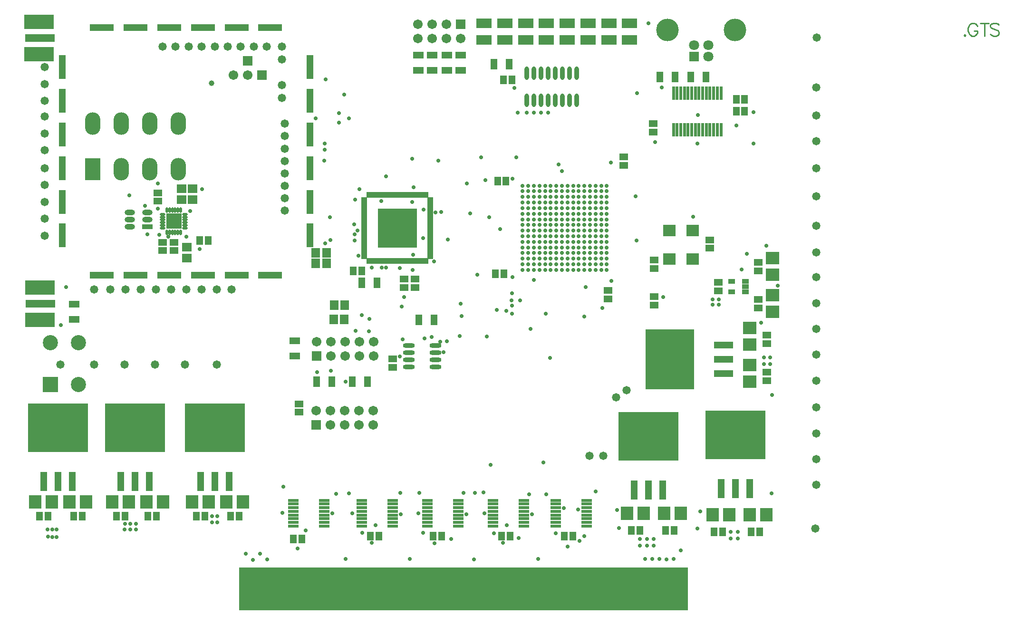
<source format=gts>
%FSAX25Y25*%
%MOIN*%
G70*
G01*
G75*
G04 Layer_Color=8388736*
%ADD10R,0.41339X0.33071*%
%ADD11R,0.04134X0.12992*%
%ADD12R,0.05118X0.05906*%
%ADD13R,0.10000X0.15000*%
%ADD14O,0.10000X0.15000*%
%ADD15R,0.20000X0.09500*%
%ADD16R,0.20000X0.04500*%
%ADD17R,0.04331X0.05512*%
%ADD18R,0.05512X0.04331*%
%ADD19R,0.08661X0.07874*%
%ADD20R,0.04331X0.06693*%
%ADD21R,0.01575X0.08465*%
%ADD22R,0.01575X0.08465*%
%ADD23R,0.06693X0.04331*%
%ADD24R,0.07874X0.08661*%
%ADD25R,0.08000X0.07200*%
%ADD26O,0.06500X0.03000*%
%ADD27R,0.06500X0.03000*%
%ADD28O,0.04000X0.20000*%
%ADD29R,0.01181X0.03169*%
%ADD30R,0.03169X0.01181*%
%ADD31R,0.26378X0.26378*%
%ADD32R,0.06496X0.01181*%
%ADD33R,0.33071X0.41339*%
%ADD34R,0.12992X0.04134*%
%ADD35R,0.04331X0.02559*%
%ADD36O,0.07480X0.02362*%
%ADD37C,0.01969*%
%ADD38O,0.02362X0.08661*%
%ADD39R,0.10236X0.05906*%
%ADD40R,0.04000X0.16000*%
%ADD41R,0.16000X0.04000*%
%ADD42R,0.05906X0.05118*%
%ADD43O,0.03150X0.00984*%
%ADD44O,0.00984X0.03150*%
%ADD45R,0.10236X0.10236*%
%ADD46C,0.03543*%
%ADD47C,0.00500*%
%ADD48C,0.03150*%
%ADD49C,0.00787*%
%ADD50C,0.01000*%
%ADD51C,0.01181*%
%ADD52C,0.01969*%
%ADD53C,0.03937*%
%ADD54C,0.02362*%
%ADD55C,0.01575*%
%ADD56C,0.00900*%
%ADD57R,0.11909X0.03543*%
%ADD58R,0.09843X0.09843*%
%ADD59C,0.09843*%
%ADD60R,0.05906X0.05906*%
%ADD61C,0.05906*%
%ADD62C,0.05000*%
%ADD63C,0.14961*%
%ADD64C,0.06299*%
%ADD65R,0.06299X0.06299*%
%ADD66C,0.02598*%
%ADD67C,0.03150*%
%ADD68R,0.05709X0.02165*%
%ADD69O,0.07874X0.01378*%
%ADD70C,0.00984*%
%ADD71C,0.00394*%
%ADD72C,0.00600*%
%ADD73C,0.00720*%
%ADD74C,0.00800*%
%ADD75C,0.00300*%
%ADD76R,0.00100X0.00100*%
%ADD77R,3.15000X0.30000*%
%ADD78R,0.42139X0.33871*%
%ADD79R,0.04934X0.13792*%
%ADD80R,0.05918X0.06706*%
%ADD81R,0.10800X0.15800*%
%ADD82O,0.10800X0.15800*%
%ADD83R,0.20800X0.10300*%
%ADD84R,0.20800X0.05300*%
%ADD85R,0.05131X0.06312*%
%ADD86R,0.06312X0.05131*%
%ADD87R,0.09461X0.08674*%
%ADD88R,0.05131X0.07493*%
%ADD89R,0.02375X0.09265*%
%ADD90R,0.02375X0.09265*%
%ADD91R,0.07493X0.05131*%
%ADD92R,0.08674X0.09461*%
%ADD93R,0.08800X0.08000*%
%ADD94O,0.07300X0.03800*%
%ADD95R,0.07300X0.03800*%
%ADD96O,0.04800X0.20800*%
%ADD97R,0.01981X0.03969*%
%ADD98R,0.03969X0.01981*%
%ADD99R,0.27178X0.27178*%
%ADD100R,0.07296X0.01981*%
%ADD101R,0.33871X0.42139*%
%ADD102R,0.13792X0.04934*%
%ADD103R,0.05131X0.03359*%
%ADD104O,0.08280X0.03162*%
%ADD105C,0.02769*%
%ADD106O,0.03162X0.09461*%
%ADD107R,0.11036X0.06706*%
%ADD108R,0.04800X0.16800*%
%ADD109R,0.16800X0.04800*%
%ADD110R,0.06706X0.05918*%
%ADD111O,0.03950X0.01784*%
%ADD112O,0.01784X0.03950*%
%ADD113R,0.11036X0.11036*%
%ADD114R,0.10642X0.10642*%
%ADD115C,0.10642*%
%ADD116R,0.06706X0.06706*%
%ADD117C,0.06706*%
%ADD118C,0.05800*%
%ADD119C,0.15761*%
%ADD120C,0.07099*%
%ADD121R,0.07099X0.07099*%
%ADD122C,0.03950*%
D56*
X0638322Y0382550D02*
X0637894Y0382121D01*
X0638322Y0381693D01*
X0638751Y0382121D01*
X0638322Y0382550D01*
X0647149Y0388549D02*
X0646720Y0389405D01*
X0645863Y0390263D01*
X0645007Y0390691D01*
X0643293D01*
X0642436Y0390263D01*
X0641579Y0389405D01*
X0641150Y0388549D01*
X0640722Y0387263D01*
Y0385121D01*
X0641150Y0383835D01*
X0641579Y0382978D01*
X0642436Y0382121D01*
X0643293Y0381693D01*
X0645007D01*
X0645863Y0382121D01*
X0646720Y0382978D01*
X0647149Y0383835D01*
Y0385121D01*
X0645007D02*
X0647149D01*
X0652205Y0390691D02*
Y0381693D01*
X0649206Y0390691D02*
X0655204D01*
X0662274Y0389405D02*
X0661417Y0390263D01*
X0660132Y0390691D01*
X0658418D01*
X0657132Y0390263D01*
X0656276Y0389405D01*
Y0388549D01*
X0656704Y0387692D01*
X0657132Y0387263D01*
X0657989Y0386835D01*
X0660560Y0385978D01*
X0661417Y0385549D01*
X0661846Y0385121D01*
X0662274Y0384264D01*
Y0382978D01*
X0661417Y0382121D01*
X0660132Y0381693D01*
X0658418D01*
X0657132Y0382121D01*
X0656276Y0382978D01*
D77*
X0286772Y-0005996D02*
D03*
D78*
X0112472Y0106783D02*
D03*
X0056472D02*
D03*
X0002472D02*
D03*
X0477472Y0101784D02*
D03*
X0416472Y0100784D02*
D03*
D79*
X0122472Y0069185D02*
D03*
X0112472D02*
D03*
X0102472D02*
D03*
X0066472D02*
D03*
X0056472D02*
D03*
X0046472D02*
D03*
X0012472D02*
D03*
X0002472D02*
D03*
X-0007528D02*
D03*
X0487472Y0064185D02*
D03*
X0477472D02*
D03*
X0467472D02*
D03*
X0426472Y0063185D02*
D03*
X0416472D02*
D03*
X0406472D02*
D03*
D80*
X0190748Y0229429D02*
D03*
X0183268D02*
D03*
X0190748Y0222342D02*
D03*
X0183268D02*
D03*
X0203740Y0192815D02*
D03*
X0196260D02*
D03*
X0203346Y0182972D02*
D03*
X0195866D02*
D03*
D81*
X0026969Y0288287D02*
D03*
D82*
X0046968D02*
D03*
X0066969D02*
D03*
X0086968D02*
D03*
X0026969Y0320287D02*
D03*
X0046968D02*
D03*
X0066969D02*
D03*
X0086968D02*
D03*
D83*
X-0010591Y0368878D02*
D03*
Y0391398D02*
D03*
X-0010197Y0182658D02*
D03*
Y0205177D02*
D03*
D84*
X-0010191Y0380239D02*
D03*
X-0009797Y0194019D02*
D03*
D85*
X0309252Y0214862D02*
D03*
X0315158D02*
D03*
X0129425Y0045004D02*
D03*
X0123520D02*
D03*
X0099520Y0045004D02*
D03*
X0105425D02*
D03*
X0071425Y0045004D02*
D03*
X0065520D02*
D03*
X0043520Y0045004D02*
D03*
X0049425D02*
D03*
X0019425Y0045004D02*
D03*
X0013520D02*
D03*
X-0010480Y0045004D02*
D03*
X-0004575D02*
D03*
X0484055Y0337303D02*
D03*
X0478150D02*
D03*
X0478150Y0329035D02*
D03*
X0484055D02*
D03*
X0494425Y0034004D02*
D03*
X0488520D02*
D03*
X0462520Y0034004D02*
D03*
X0468425D02*
D03*
X0434425Y0035004D02*
D03*
X0428520D02*
D03*
X0404520Y0035004D02*
D03*
X0410425D02*
D03*
X0357520Y0031004D02*
D03*
X0363425D02*
D03*
X0313520D02*
D03*
X0319425D02*
D03*
X0265520D02*
D03*
X0271425D02*
D03*
X0221520D02*
D03*
X0227425D02*
D03*
X0167520Y0029004D02*
D03*
X0173425D02*
D03*
X0310827Y0279823D02*
D03*
X0316732D02*
D03*
X0209520Y0217004D02*
D03*
X0215425D02*
D03*
X0320866Y0350886D02*
D03*
X0314961D02*
D03*
X0107973Y0238386D02*
D03*
X0102067D02*
D03*
D86*
X0388189Y0197343D02*
D03*
Y0203248D02*
D03*
X0493740Y0196929D02*
D03*
Y0191024D02*
D03*
X0493740Y0217024D02*
D03*
Y0222929D02*
D03*
X0465740Y0203024D02*
D03*
Y0208929D02*
D03*
X0459449Y0238681D02*
D03*
Y0232776D02*
D03*
X0420472Y0224508D02*
D03*
Y0218602D02*
D03*
X0420079Y0320177D02*
D03*
Y0314272D02*
D03*
X0171653Y0123721D02*
D03*
Y0117815D02*
D03*
X0237402Y0155217D02*
D03*
Y0149311D02*
D03*
X0499520Y0171929D02*
D03*
Y0166024D02*
D03*
X0499520Y0140024D02*
D03*
Y0145929D02*
D03*
X0399213Y0296949D02*
D03*
Y0291043D02*
D03*
X0420472Y0198917D02*
D03*
Y0193012D02*
D03*
X0245276Y0205217D02*
D03*
Y0211122D02*
D03*
X0252756Y0211122D02*
D03*
Y0205217D02*
D03*
X0072736Y0271654D02*
D03*
Y0265748D02*
D03*
X0075886Y0231102D02*
D03*
Y0237008D02*
D03*
X0083760Y0237008D02*
D03*
Y0231102D02*
D03*
D87*
X0487520Y0165071D02*
D03*
Y0176882D02*
D03*
Y0150882D02*
D03*
Y0139071D02*
D03*
X0503740Y0188071D02*
D03*
Y0199882D02*
D03*
Y0225882D02*
D03*
Y0214071D02*
D03*
D88*
X0446260Y0353051D02*
D03*
X0456890D02*
D03*
X0435236D02*
D03*
X0424606D02*
D03*
X0194685Y0139272D02*
D03*
X0184055D02*
D03*
X0219488D02*
D03*
X0208858D02*
D03*
X0266339Y0182579D02*
D03*
X0255709D02*
D03*
X0226181Y0208563D02*
D03*
X0215551D02*
D03*
X0308268Y0361910D02*
D03*
X0318898D02*
D03*
D89*
X0434154Y0315748D02*
D03*
D90*
X0436713D02*
D03*
X0439272D02*
D03*
X0441831D02*
D03*
X0444390D02*
D03*
X0446949D02*
D03*
X0449508D02*
D03*
X0452067D02*
D03*
X0454626D02*
D03*
X0457185D02*
D03*
X0459744D02*
D03*
X0462303D02*
D03*
X0464862D02*
D03*
X0467421D02*
D03*
X0434154Y0341535D02*
D03*
X0436713D02*
D03*
X0439272D02*
D03*
X0441831D02*
D03*
X0444390D02*
D03*
X0446949D02*
D03*
X0449508D02*
D03*
X0452067D02*
D03*
X0454626D02*
D03*
X0457185D02*
D03*
X0459744D02*
D03*
X0462303D02*
D03*
X0464862D02*
D03*
X0467421D02*
D03*
D91*
X0285039Y0368209D02*
D03*
Y0357579D02*
D03*
X0275197Y0368209D02*
D03*
Y0357579D02*
D03*
X0264961Y0368209D02*
D03*
Y0357579D02*
D03*
X0255118Y0368209D02*
D03*
Y0357579D02*
D03*
X0168504Y0157185D02*
D03*
Y0167815D02*
D03*
X0013780Y0182776D02*
D03*
Y0193405D02*
D03*
D92*
X0108378Y0055004D02*
D03*
X0096567D02*
D03*
X0120567D02*
D03*
X0132378D02*
D03*
X0064567D02*
D03*
X0076378D02*
D03*
X0052378D02*
D03*
X0040567D02*
D03*
X0010567D02*
D03*
X0022378D02*
D03*
X-0001622D02*
D03*
X-0013433D02*
D03*
X0473378Y0046004D02*
D03*
X0461567D02*
D03*
X0413378Y0047004D02*
D03*
X0401567D02*
D03*
X0427567D02*
D03*
X0439378D02*
D03*
X0487567Y0046004D02*
D03*
X0499378D02*
D03*
D93*
X0431138Y0245098D02*
D03*
X0447638D02*
D03*
X0431138Y0225098D02*
D03*
X0447638D02*
D03*
D94*
X0052756Y0257933D02*
D03*
Y0252933D02*
D03*
Y0247933D02*
D03*
X0065256Y0257933D02*
D03*
Y0252933D02*
D03*
D95*
Y0247933D02*
D03*
D96*
X0134272Y-0001496D02*
D03*
X0139272D02*
D03*
X0439272D02*
D03*
X0434272D02*
D03*
X0429272D02*
D03*
X0424272D02*
D03*
X0419272D02*
D03*
X0414272D02*
D03*
X0409272D02*
D03*
X0404272D02*
D03*
X0399272D02*
D03*
X0394272D02*
D03*
X0389272D02*
D03*
X0384272D02*
D03*
X0379272D02*
D03*
X0374272D02*
D03*
X0369272D02*
D03*
X0364272D02*
D03*
X0359272D02*
D03*
X0354272D02*
D03*
X0349272D02*
D03*
X0344272D02*
D03*
X0339272D02*
D03*
X0334272D02*
D03*
X0329272D02*
D03*
X0324272D02*
D03*
X0319272D02*
D03*
X0314272D02*
D03*
X0309272D02*
D03*
X0304272D02*
D03*
X0299272D02*
D03*
X0294272D02*
D03*
X0289272D02*
D03*
X0284272D02*
D03*
X0279272D02*
D03*
X0274272D02*
D03*
X0269272D02*
D03*
X0264272D02*
D03*
X0259272D02*
D03*
X0254272D02*
D03*
X0249272D02*
D03*
X0244272D02*
D03*
X0239272D02*
D03*
X0234272D02*
D03*
X0229272D02*
D03*
X0224272D02*
D03*
X0219272D02*
D03*
X0214272D02*
D03*
X0209272D02*
D03*
X0204272D02*
D03*
X0199272D02*
D03*
X0184272D02*
D03*
X0179272D02*
D03*
X0174272D02*
D03*
X0169272D02*
D03*
X0164272D02*
D03*
X0159272D02*
D03*
X0154272D02*
D03*
X0149272D02*
D03*
X0144272D02*
D03*
D97*
X0261142Y0270242D02*
D03*
X0259173D02*
D03*
X0257205D02*
D03*
X0255236D02*
D03*
X0253268D02*
D03*
X0251299D02*
D03*
X0249331D02*
D03*
X0247362D02*
D03*
X0245394D02*
D03*
X0243425D02*
D03*
X0241457D02*
D03*
X0239488D02*
D03*
X0237520D02*
D03*
X0235551D02*
D03*
X0233583D02*
D03*
X0231614D02*
D03*
X0229646D02*
D03*
X0227677D02*
D03*
X0225709D02*
D03*
X0223740D02*
D03*
X0221772D02*
D03*
X0219803D02*
D03*
Y0223766D02*
D03*
X0221772D02*
D03*
X0223740D02*
D03*
X0225709D02*
D03*
X0227677D02*
D03*
X0229646D02*
D03*
X0231614D02*
D03*
X0233583D02*
D03*
X0235551D02*
D03*
X0237520D02*
D03*
X0239488D02*
D03*
X0241457D02*
D03*
X0243425D02*
D03*
X0245394D02*
D03*
X0247362D02*
D03*
X0249331D02*
D03*
X0251299D02*
D03*
X0253268D02*
D03*
X0255236D02*
D03*
X0257205D02*
D03*
X0259173D02*
D03*
X0261142D02*
D03*
D98*
X0217235Y0267673D02*
D03*
Y0265705D02*
D03*
Y0263736D02*
D03*
Y0261768D02*
D03*
Y0259799D02*
D03*
Y0257831D02*
D03*
Y0255862D02*
D03*
Y0253894D02*
D03*
Y0251925D02*
D03*
Y0249957D02*
D03*
Y0247988D02*
D03*
Y0246020D02*
D03*
Y0244051D02*
D03*
Y0242083D02*
D03*
Y0240114D02*
D03*
Y0238146D02*
D03*
Y0236177D02*
D03*
Y0234209D02*
D03*
Y0232240D02*
D03*
Y0230272D02*
D03*
Y0228303D02*
D03*
Y0226335D02*
D03*
X0263710D02*
D03*
Y0228303D02*
D03*
Y0230272D02*
D03*
Y0232240D02*
D03*
Y0234209D02*
D03*
Y0236177D02*
D03*
Y0238146D02*
D03*
Y0240114D02*
D03*
Y0242083D02*
D03*
Y0244051D02*
D03*
Y0246020D02*
D03*
Y0247988D02*
D03*
Y0249957D02*
D03*
Y0251925D02*
D03*
Y0253894D02*
D03*
Y0255862D02*
D03*
Y0257831D02*
D03*
Y0259799D02*
D03*
Y0261768D02*
D03*
Y0263736D02*
D03*
Y0265705D02*
D03*
Y0267673D02*
D03*
D99*
X0240472Y0247004D02*
D03*
D100*
X0261547Y0055961D02*
D03*
Y0053401D02*
D03*
Y0050842D02*
D03*
Y0048283D02*
D03*
Y0045724D02*
D03*
Y0043165D02*
D03*
Y0040606D02*
D03*
Y0038047D02*
D03*
X0283398Y0055961D02*
D03*
Y0053401D02*
D03*
Y0050842D02*
D03*
Y0048283D02*
D03*
Y0045724D02*
D03*
Y0043165D02*
D03*
Y0040606D02*
D03*
Y0038047D02*
D03*
X0215547Y0055961D02*
D03*
Y0053401D02*
D03*
Y0050842D02*
D03*
Y0048283D02*
D03*
Y0045724D02*
D03*
Y0043165D02*
D03*
Y0040606D02*
D03*
Y0038047D02*
D03*
X0237398Y0055961D02*
D03*
Y0053401D02*
D03*
Y0050842D02*
D03*
Y0048283D02*
D03*
Y0045724D02*
D03*
Y0043165D02*
D03*
Y0040606D02*
D03*
Y0038047D02*
D03*
X0167547Y0055961D02*
D03*
Y0053401D02*
D03*
Y0050842D02*
D03*
Y0048283D02*
D03*
Y0045724D02*
D03*
Y0043165D02*
D03*
Y0040606D02*
D03*
Y0038047D02*
D03*
X0189398Y0055961D02*
D03*
Y0053401D02*
D03*
Y0050842D02*
D03*
Y0048283D02*
D03*
Y0045724D02*
D03*
Y0043165D02*
D03*
Y0040606D02*
D03*
Y0038047D02*
D03*
X0307547Y0055961D02*
D03*
Y0053401D02*
D03*
Y0050842D02*
D03*
Y0048283D02*
D03*
Y0045724D02*
D03*
Y0043165D02*
D03*
Y0040606D02*
D03*
Y0038047D02*
D03*
X0329398Y0055961D02*
D03*
Y0053401D02*
D03*
Y0050842D02*
D03*
Y0048283D02*
D03*
Y0045724D02*
D03*
Y0043165D02*
D03*
Y0040606D02*
D03*
Y0038047D02*
D03*
X0351547Y0055961D02*
D03*
Y0053401D02*
D03*
Y0050842D02*
D03*
Y0048283D02*
D03*
Y0045724D02*
D03*
Y0043165D02*
D03*
Y0040606D02*
D03*
Y0038047D02*
D03*
X0373398Y0055961D02*
D03*
Y0053401D02*
D03*
Y0050842D02*
D03*
Y0048283D02*
D03*
Y0045724D02*
D03*
Y0043165D02*
D03*
Y0040606D02*
D03*
Y0038047D02*
D03*
D101*
X0431740Y0154976D02*
D03*
D102*
X0469339Y0164976D02*
D03*
Y0154976D02*
D03*
Y0144976D02*
D03*
D103*
X0475016Y0202236D02*
D03*
Y0209717D02*
D03*
X0484465D02*
D03*
Y0205976D02*
D03*
Y0202236D02*
D03*
D104*
X0267126Y0149488D02*
D03*
Y0154488D02*
D03*
Y0159488D02*
D03*
Y0164488D02*
D03*
X0248622Y0149488D02*
D03*
Y0154488D02*
D03*
Y0159488D02*
D03*
Y0164488D02*
D03*
D105*
X0328346Y0217618D02*
D03*
Y0221555D02*
D03*
Y0225492D02*
D03*
Y0229429D02*
D03*
Y0233366D02*
D03*
Y0237303D02*
D03*
Y0241240D02*
D03*
Y0245177D02*
D03*
Y0249114D02*
D03*
Y0253051D02*
D03*
Y0256988D02*
D03*
Y0260925D02*
D03*
Y0264862D02*
D03*
Y0268799D02*
D03*
Y0272736D02*
D03*
Y0276673D02*
D03*
X0332283Y0217618D02*
D03*
Y0221555D02*
D03*
Y0225492D02*
D03*
Y0229429D02*
D03*
Y0233366D02*
D03*
Y0237303D02*
D03*
Y0241240D02*
D03*
Y0245177D02*
D03*
Y0249114D02*
D03*
Y0253051D02*
D03*
Y0256988D02*
D03*
Y0260925D02*
D03*
Y0264862D02*
D03*
Y0268799D02*
D03*
Y0272736D02*
D03*
Y0276673D02*
D03*
X0336221Y0217618D02*
D03*
Y0221555D02*
D03*
Y0225492D02*
D03*
Y0229429D02*
D03*
Y0233366D02*
D03*
Y0237303D02*
D03*
Y0241240D02*
D03*
Y0245177D02*
D03*
Y0249114D02*
D03*
Y0253051D02*
D03*
Y0256988D02*
D03*
Y0260925D02*
D03*
Y0264862D02*
D03*
Y0268799D02*
D03*
Y0272736D02*
D03*
Y0276673D02*
D03*
X0340158Y0217618D02*
D03*
Y0221555D02*
D03*
Y0225492D02*
D03*
Y0229429D02*
D03*
Y0233366D02*
D03*
Y0237303D02*
D03*
Y0241240D02*
D03*
Y0245177D02*
D03*
Y0249114D02*
D03*
Y0253051D02*
D03*
Y0256988D02*
D03*
Y0260925D02*
D03*
Y0264862D02*
D03*
Y0268799D02*
D03*
Y0272736D02*
D03*
Y0276673D02*
D03*
X0344094Y0217618D02*
D03*
Y0221555D02*
D03*
Y0225492D02*
D03*
Y0229429D02*
D03*
Y0233366D02*
D03*
Y0237303D02*
D03*
Y0241240D02*
D03*
Y0245177D02*
D03*
Y0249114D02*
D03*
Y0253051D02*
D03*
Y0256988D02*
D03*
Y0260925D02*
D03*
Y0264862D02*
D03*
Y0268799D02*
D03*
Y0272736D02*
D03*
Y0276673D02*
D03*
X0348031Y0217618D02*
D03*
Y0221555D02*
D03*
Y0225492D02*
D03*
Y0229429D02*
D03*
Y0233366D02*
D03*
Y0237303D02*
D03*
Y0241240D02*
D03*
Y0245177D02*
D03*
Y0249114D02*
D03*
Y0253051D02*
D03*
Y0256988D02*
D03*
Y0260925D02*
D03*
Y0264862D02*
D03*
Y0268799D02*
D03*
Y0272736D02*
D03*
Y0276673D02*
D03*
X0351969Y0217618D02*
D03*
Y0221555D02*
D03*
Y0225492D02*
D03*
Y0229429D02*
D03*
Y0233366D02*
D03*
Y0237303D02*
D03*
Y0241240D02*
D03*
Y0245177D02*
D03*
Y0249114D02*
D03*
Y0253051D02*
D03*
Y0256988D02*
D03*
Y0260925D02*
D03*
Y0264862D02*
D03*
Y0268799D02*
D03*
Y0272736D02*
D03*
Y0276673D02*
D03*
X0355906Y0217618D02*
D03*
Y0221555D02*
D03*
Y0225492D02*
D03*
Y0229429D02*
D03*
Y0233366D02*
D03*
Y0237303D02*
D03*
Y0241240D02*
D03*
Y0245177D02*
D03*
Y0249114D02*
D03*
Y0253051D02*
D03*
Y0256988D02*
D03*
Y0260925D02*
D03*
Y0264862D02*
D03*
Y0268799D02*
D03*
Y0272736D02*
D03*
Y0276673D02*
D03*
X0359842Y0217618D02*
D03*
Y0221555D02*
D03*
Y0225492D02*
D03*
Y0229429D02*
D03*
Y0233366D02*
D03*
Y0237303D02*
D03*
Y0241240D02*
D03*
Y0245177D02*
D03*
Y0249114D02*
D03*
Y0253051D02*
D03*
Y0256988D02*
D03*
Y0260925D02*
D03*
Y0264862D02*
D03*
Y0268799D02*
D03*
Y0272736D02*
D03*
Y0276673D02*
D03*
X0363779Y0217618D02*
D03*
Y0221555D02*
D03*
Y0225492D02*
D03*
Y0229429D02*
D03*
Y0233366D02*
D03*
Y0237303D02*
D03*
Y0241240D02*
D03*
Y0245177D02*
D03*
Y0249114D02*
D03*
Y0253051D02*
D03*
Y0256988D02*
D03*
Y0260925D02*
D03*
Y0264862D02*
D03*
Y0268799D02*
D03*
Y0272736D02*
D03*
Y0276673D02*
D03*
X0367717Y0217618D02*
D03*
Y0221555D02*
D03*
Y0225492D02*
D03*
Y0229429D02*
D03*
Y0233366D02*
D03*
Y0237303D02*
D03*
Y0241240D02*
D03*
Y0245177D02*
D03*
Y0249114D02*
D03*
Y0253051D02*
D03*
Y0256988D02*
D03*
Y0260925D02*
D03*
Y0264862D02*
D03*
Y0268799D02*
D03*
Y0272736D02*
D03*
Y0276673D02*
D03*
X0371654Y0217618D02*
D03*
Y0221555D02*
D03*
Y0225492D02*
D03*
Y0229429D02*
D03*
Y0233366D02*
D03*
Y0237303D02*
D03*
Y0241240D02*
D03*
Y0245177D02*
D03*
Y0249114D02*
D03*
Y0253051D02*
D03*
Y0256988D02*
D03*
Y0260925D02*
D03*
Y0264862D02*
D03*
Y0268799D02*
D03*
Y0272736D02*
D03*
Y0276673D02*
D03*
X0375590Y0217618D02*
D03*
Y0221555D02*
D03*
Y0225492D02*
D03*
Y0229429D02*
D03*
Y0233366D02*
D03*
Y0237303D02*
D03*
Y0241240D02*
D03*
Y0245177D02*
D03*
Y0249114D02*
D03*
Y0253051D02*
D03*
Y0256988D02*
D03*
Y0260925D02*
D03*
Y0264862D02*
D03*
Y0268799D02*
D03*
Y0272736D02*
D03*
Y0276673D02*
D03*
X0379528Y0217618D02*
D03*
Y0221555D02*
D03*
Y0225492D02*
D03*
Y0229429D02*
D03*
Y0233366D02*
D03*
Y0237303D02*
D03*
Y0241240D02*
D03*
Y0245177D02*
D03*
Y0249114D02*
D03*
Y0253051D02*
D03*
Y0256988D02*
D03*
Y0260925D02*
D03*
Y0264862D02*
D03*
Y0268799D02*
D03*
Y0272736D02*
D03*
Y0276673D02*
D03*
X0383465Y0217618D02*
D03*
Y0221555D02*
D03*
Y0225492D02*
D03*
Y0229429D02*
D03*
Y0233366D02*
D03*
Y0237303D02*
D03*
Y0241240D02*
D03*
Y0245177D02*
D03*
Y0249114D02*
D03*
Y0253051D02*
D03*
Y0256988D02*
D03*
Y0260925D02*
D03*
Y0264862D02*
D03*
Y0268799D02*
D03*
Y0272736D02*
D03*
Y0276673D02*
D03*
X0387402Y0217618D02*
D03*
Y0221555D02*
D03*
Y0225492D02*
D03*
Y0229429D02*
D03*
Y0233366D02*
D03*
Y0237303D02*
D03*
Y0241240D02*
D03*
Y0245177D02*
D03*
Y0249114D02*
D03*
Y0253051D02*
D03*
Y0256988D02*
D03*
Y0260925D02*
D03*
Y0264862D02*
D03*
Y0268799D02*
D03*
Y0272736D02*
D03*
Y0276673D02*
D03*
X0490256Y0306201D02*
D03*
X0450787Y0306299D02*
D03*
X0451378Y0326378D02*
D03*
X0342913Y0082579D02*
D03*
X0305906Y0081004D02*
D03*
X0347638Y0155807D02*
D03*
X0065256Y0242717D02*
D03*
X0063681Y0262402D02*
D03*
X0220669Y0174508D02*
D03*
X0211319Y0174902D02*
D03*
X0220768Y0183268D02*
D03*
X0215551Y0185925D02*
D03*
X0269325Y0294139D02*
D03*
X0353642Y0291535D02*
D03*
X0271161Y0258071D02*
D03*
X0304921Y0254528D02*
D03*
X0244291Y0168819D02*
D03*
X0317028Y0188779D02*
D03*
X0259449Y0169685D02*
D03*
X0264567Y0170472D02*
D03*
X0320866Y0186811D02*
D03*
X0321063Y0192717D02*
D03*
X0326673Y0196161D02*
D03*
X0275197Y0167618D02*
D03*
X0193799Y0146752D02*
D03*
X0333858Y0176083D02*
D03*
X0344587Y0186811D02*
D03*
X0336221Y0210728D02*
D03*
X0092520Y0240846D02*
D03*
X0095177Y0259055D02*
D03*
X-0001575Y0035728D02*
D03*
X-0001476Y0030315D02*
D03*
X0001575D02*
D03*
X-0004575Y0030461D02*
D03*
X0049425Y0039484D02*
D03*
X0053362D02*
D03*
X0057268D02*
D03*
Y0035516D02*
D03*
X0053331D02*
D03*
X0049394D02*
D03*
X0110457Y0045004D02*
D03*
X0114347D02*
D03*
Y0040673D02*
D03*
X0110457D02*
D03*
X-0004724Y0035728D02*
D03*
X0001575D02*
D03*
X0410425Y0028846D02*
D03*
X0415543D02*
D03*
X0420284D02*
D03*
Y0024106D02*
D03*
X0415543D02*
D03*
X0410441D02*
D03*
X0474260Y0034004D02*
D03*
X0479378D02*
D03*
Y0029185D02*
D03*
X0474165D02*
D03*
X0501968Y0151476D02*
D03*
Y0156201D02*
D03*
X0497638D02*
D03*
Y0151476D02*
D03*
X0139272Y0014371D02*
D03*
X0149272Y0014409D02*
D03*
X0204272Y0014920D02*
D03*
X0249272Y0014802D02*
D03*
X0294272Y0014684D02*
D03*
X0339272Y0014765D02*
D03*
X0414272Y0014763D02*
D03*
X0419272Y0014843D02*
D03*
X0429272Y0014724D02*
D03*
X0434272Y0014842D02*
D03*
X0424213Y0014862D02*
D03*
X0072736Y0260530D02*
D03*
X0073526Y0242321D02*
D03*
X0079822Y0240747D02*
D03*
X0102067Y0232283D02*
D03*
X0103445Y0274213D02*
D03*
X0072736Y0278150D02*
D03*
X0052658Y0269882D02*
D03*
X0408268Y0238090D02*
D03*
X0213779Y0274311D02*
D03*
X0211024Y0266831D02*
D03*
X0232677Y0283366D02*
D03*
X0210236Y0249508D02*
D03*
X0210630Y0238090D02*
D03*
Y0242421D02*
D03*
X0212598Y0245177D02*
D03*
X0213386Y0227461D02*
D03*
X0222441Y0219193D02*
D03*
X0229528D02*
D03*
X0232677D02*
D03*
X0251181Y0217618D02*
D03*
X0251575Y0228248D02*
D03*
X0266142Y0223524D02*
D03*
X0275984Y0238878D02*
D03*
X0258661Y0240059D02*
D03*
X0267323Y0257776D02*
D03*
X0259055Y0259744D02*
D03*
X0251969Y0275492D02*
D03*
X0250787Y0265256D02*
D03*
X0229134Y0266043D02*
D03*
X0193307Y0254626D02*
D03*
X0193701Y0238484D02*
D03*
X0190059Y0236122D02*
D03*
X0242126Y0218799D02*
D03*
X0408465Y0341437D02*
D03*
X0355906Y0286910D02*
D03*
X0478346Y0318799D02*
D03*
X0426772Y0198721D02*
D03*
X0465748Y0196752D02*
D03*
X0461417D02*
D03*
Y0193209D02*
D03*
X0465748D02*
D03*
X0407480Y0269193D02*
D03*
X0372441Y0205413D02*
D03*
X0351575Y0032972D02*
D03*
X0371654Y0031004D02*
D03*
X0367323Y0049508D02*
D03*
X0357087Y0050689D02*
D03*
X0301575Y0046752D02*
D03*
X0335039Y0046358D02*
D03*
X0288976D02*
D03*
X0255118Y0046752D02*
D03*
X0209055D02*
D03*
X0242913Y0046358D02*
D03*
X0225197Y0038484D02*
D03*
X0194882Y0046752D02*
D03*
X0159843Y0047146D02*
D03*
X0176378Y0034941D02*
D03*
X0308268Y0032972D02*
D03*
X0258661Y0033366D02*
D03*
X0215748D02*
D03*
X0170472Y0022343D02*
D03*
X0242126Y0156988D02*
D03*
X0272835Y0159744D02*
D03*
X0270472Y0167224D02*
D03*
X0243701Y0192028D02*
D03*
X0204331Y0139272D02*
D03*
X0184252Y0145965D02*
D03*
X0322638Y0345374D02*
D03*
X0416732Y0390650D02*
D03*
X0390158Y0292815D02*
D03*
X0421260Y0307382D02*
D03*
X0425984Y0345571D02*
D03*
X0490158Y0328248D02*
D03*
X0448032Y0255020D02*
D03*
X0499213Y0234547D02*
D03*
X0481890Y0218012D02*
D03*
X0485433Y0229035D02*
D03*
X0396063Y0036516D02*
D03*
X0394488Y0049114D02*
D03*
X0452756Y0048327D02*
D03*
X0450787Y0036122D02*
D03*
X0502756Y0060925D02*
D03*
X0503150Y0129823D02*
D03*
X0495669Y0180610D02*
D03*
X0507087Y0206594D02*
D03*
X0296457Y0214075D02*
D03*
X0321260Y0212500D02*
D03*
X0320866Y0201083D02*
D03*
X0320472Y0196358D02*
D03*
X0310236Y0189665D02*
D03*
X0303150Y0170768D02*
D03*
X0285039Y0193996D02*
D03*
X0285433Y0185335D02*
D03*
X0284252Y0171161D02*
D03*
X0245276Y0198721D02*
D03*
X0390551Y0209744D02*
D03*
X0302165Y0280413D02*
D03*
X0291732Y0257382D02*
D03*
X0289370Y0278248D02*
D03*
X0008268Y0205413D02*
D03*
X0004724Y0179035D02*
D03*
X0134252Y0018406D02*
D03*
X0144095D02*
D03*
X0439370Y0020768D02*
D03*
X0321260Y0281398D02*
D03*
X0384252Y0190847D02*
D03*
X0371654Y0184941D02*
D03*
X0300787Y0061713D02*
D03*
X0287008Y0061319D02*
D03*
X0255906D02*
D03*
X0206693Y0060925D02*
D03*
X0160630Y0065650D02*
D03*
X0344882Y0060138D02*
D03*
X0379528Y0062106D02*
D03*
X0333071Y0060138D02*
D03*
X0294882Y0061319D02*
D03*
X0242520D02*
D03*
X0197638Y0060532D02*
D03*
X0278346Y0029035D02*
D03*
X0325590Y0029429D02*
D03*
X0368110Y0027461D02*
D03*
X0359842Y0023524D02*
D03*
X0317323Y0038484D02*
D03*
X0314567Y0026280D02*
D03*
X0266535Y0025886D02*
D03*
X0222441Y0026280D02*
D03*
X0235039Y0254232D02*
D03*
X0238976D02*
D03*
X0242913D02*
D03*
Y0250295D02*
D03*
X0238976D02*
D03*
X0235039D02*
D03*
Y0246358D02*
D03*
X0242913D02*
D03*
X0246850D02*
D03*
Y0250295D02*
D03*
Y0254232D02*
D03*
X0242913Y0242421D02*
D03*
X0238976D02*
D03*
X0235039D02*
D03*
X0238976Y0246358D02*
D03*
X0246850Y0242421D02*
D03*
Y0238484D02*
D03*
X0242913D02*
D03*
X0238976D02*
D03*
X0235039D02*
D03*
X0231102D02*
D03*
Y0242421D02*
D03*
Y0246358D02*
D03*
Y0250295D02*
D03*
Y0254232D02*
D03*
X0331122Y0327776D02*
D03*
X0336122Y0327854D02*
D03*
X0341122Y0327933D02*
D03*
X0346122Y0327913D02*
D03*
X0325000Y0327756D02*
D03*
X0190354Y0351279D02*
D03*
X0203150Y0340551D02*
D03*
X0183169Y0324016D02*
D03*
X0323819Y0296457D02*
D03*
X0299114Y0296555D02*
D03*
X0250787Y0295472D02*
D03*
X0189469Y0306201D02*
D03*
Y0301870D02*
D03*
X0189370Y0294390D02*
D03*
X0199606Y0327559D02*
D03*
Y0320866D02*
D03*
X0206693Y0324016D02*
D03*
X0312598Y0246211D02*
D03*
D106*
X0331122Y0336713D02*
D03*
X0336122D02*
D03*
X0341122D02*
D03*
X0346122D02*
D03*
X0351122D02*
D03*
X0356122D02*
D03*
X0361122D02*
D03*
X0366122D02*
D03*
X0331122Y0355610D02*
D03*
X0336122D02*
D03*
X0341122D02*
D03*
X0346122D02*
D03*
X0351122D02*
D03*
X0356122D02*
D03*
X0361122D02*
D03*
X0366122D02*
D03*
D107*
X0301378Y0390650D02*
D03*
Y0378839D02*
D03*
X0315945Y0390650D02*
D03*
Y0378839D02*
D03*
X0330512Y0390650D02*
D03*
Y0378839D02*
D03*
X0345079Y0390650D02*
D03*
Y0378839D02*
D03*
X0359646Y0390650D02*
D03*
Y0378839D02*
D03*
X0374213Y0390650D02*
D03*
Y0378839D02*
D03*
X0388779Y0390650D02*
D03*
Y0378839D02*
D03*
X0403346Y0390650D02*
D03*
Y0378839D02*
D03*
D108*
X0005512Y0359744D02*
D03*
Y0336144D02*
D03*
Y0312544D02*
D03*
Y0288944D02*
D03*
Y0265344D02*
D03*
Y0241744D02*
D03*
X0179312D02*
D03*
Y0265344D02*
D03*
Y0288944D02*
D03*
Y0312544D02*
D03*
Y0336144D02*
D03*
Y0359744D02*
D03*
D109*
X0033412Y0213844D02*
D03*
X0057012D02*
D03*
X0080612D02*
D03*
X0104212D02*
D03*
X0127812D02*
D03*
X0151412D02*
D03*
Y0387644D02*
D03*
X0127812D02*
D03*
X0104212D02*
D03*
X0080612D02*
D03*
X0057012D02*
D03*
X0033412D02*
D03*
D110*
X0096752Y0266929D02*
D03*
Y0274409D02*
D03*
X0089272Y0266929D02*
D03*
Y0274409D02*
D03*
X0092815Y0225984D02*
D03*
Y0233465D02*
D03*
D111*
X0091634Y0246850D02*
D03*
Y0248819D02*
D03*
Y0250787D02*
D03*
Y0252756D02*
D03*
Y0254724D02*
D03*
Y0256693D02*
D03*
X0075886D02*
D03*
Y0254724D02*
D03*
Y0252756D02*
D03*
Y0250787D02*
D03*
Y0248819D02*
D03*
Y0246850D02*
D03*
D112*
X0088681Y0259646D02*
D03*
X0086713D02*
D03*
X0084744D02*
D03*
X0082776D02*
D03*
X0080807D02*
D03*
X0078839D02*
D03*
Y0243898D02*
D03*
X0080807D02*
D03*
X0082776D02*
D03*
X0084744D02*
D03*
X0086713D02*
D03*
X0088681D02*
D03*
D113*
X0083760Y0251772D02*
D03*
D114*
X-0002756Y0137106D02*
D03*
D115*
X0016929D02*
D03*
X-0002756Y0166634D02*
D03*
X0016929D02*
D03*
D116*
X0285039Y0390059D02*
D03*
X0183465Y0108957D02*
D03*
X0183858Y0157382D02*
D03*
X0135669Y0364331D02*
D03*
X0145669Y0354331D02*
D03*
D117*
X0285039Y0380059D02*
D03*
X0275039Y0390059D02*
D03*
Y0380059D02*
D03*
X0265039Y0390059D02*
D03*
Y0380059D02*
D03*
X0255039Y0390059D02*
D03*
Y0380059D02*
D03*
X0183465Y0118957D02*
D03*
X0193465Y0108957D02*
D03*
Y0118957D02*
D03*
X0203465Y0108957D02*
D03*
Y0118957D02*
D03*
X0213465Y0108957D02*
D03*
Y0118957D02*
D03*
X0223465Y0108957D02*
D03*
Y0118957D02*
D03*
X0183858Y0167382D02*
D03*
X0193858Y0157382D02*
D03*
Y0167382D02*
D03*
X0203858Y0157382D02*
D03*
Y0167382D02*
D03*
X0213858Y0157382D02*
D03*
Y0167382D02*
D03*
X0223858Y0157382D02*
D03*
Y0167382D02*
D03*
X0125669Y0354331D02*
D03*
X0135669D02*
D03*
D118*
X0534547Y0380610D02*
D03*
X0533465Y0036220D02*
D03*
X-0006693Y0347933D02*
D03*
Y0325098D02*
D03*
Y0301476D02*
D03*
Y0277067D02*
D03*
Y0253445D02*
D03*
Y0359744D02*
D03*
Y0241634D02*
D03*
Y0265256D02*
D03*
Y0288878D02*
D03*
Y0313287D02*
D03*
Y0336122D02*
D03*
X0113779Y0151083D02*
D03*
X0091732D02*
D03*
X0070472D02*
D03*
X0049213D02*
D03*
X0027953D02*
D03*
X0004331D02*
D03*
X0534252Y0345571D02*
D03*
Y0325886D02*
D03*
Y0307776D02*
D03*
Y0288878D02*
D03*
Y0269193D02*
D03*
Y0248721D02*
D03*
Y0229823D02*
D03*
Y0212500D02*
D03*
Y0194390D02*
D03*
Y0176279D02*
D03*
Y0158169D02*
D03*
Y0140059D02*
D03*
Y0121161D02*
D03*
Y0103051D02*
D03*
Y0084941D02*
D03*
Y0066831D02*
D03*
X0027953Y0203839D02*
D03*
X0039370D02*
D03*
X0050000D02*
D03*
X0060630D02*
D03*
X0071260D02*
D03*
X0081890D02*
D03*
X0092520D02*
D03*
X0103150D02*
D03*
X0113779D02*
D03*
X0124409D02*
D03*
X0161417Y0259350D02*
D03*
Y0268012D02*
D03*
Y0276673D02*
D03*
Y0285335D02*
D03*
Y0293996D02*
D03*
Y0302658D02*
D03*
Y0311713D02*
D03*
Y0320374D02*
D03*
X0159449Y0338090D02*
D03*
Y0347146D02*
D03*
Y0365256D02*
D03*
Y0374311D02*
D03*
X0148819D02*
D03*
X0139764D02*
D03*
X0130709D02*
D03*
X0121653D02*
D03*
X0112598D02*
D03*
X0103150D02*
D03*
X0094095D02*
D03*
X0085039D02*
D03*
X0075984D02*
D03*
X0401083Y0133366D02*
D03*
X0375295Y0087106D02*
D03*
X0384842D02*
D03*
X0393799Y0128248D02*
D03*
D119*
X0477244Y0385768D02*
D03*
X0429843D02*
D03*
D120*
X0458465Y0375098D02*
D03*
X0448622D02*
D03*
X0458465Y0367224D02*
D03*
D121*
X0448622D02*
D03*
D122*
X0110138Y0348622D02*
D03*
M02*

</source>
